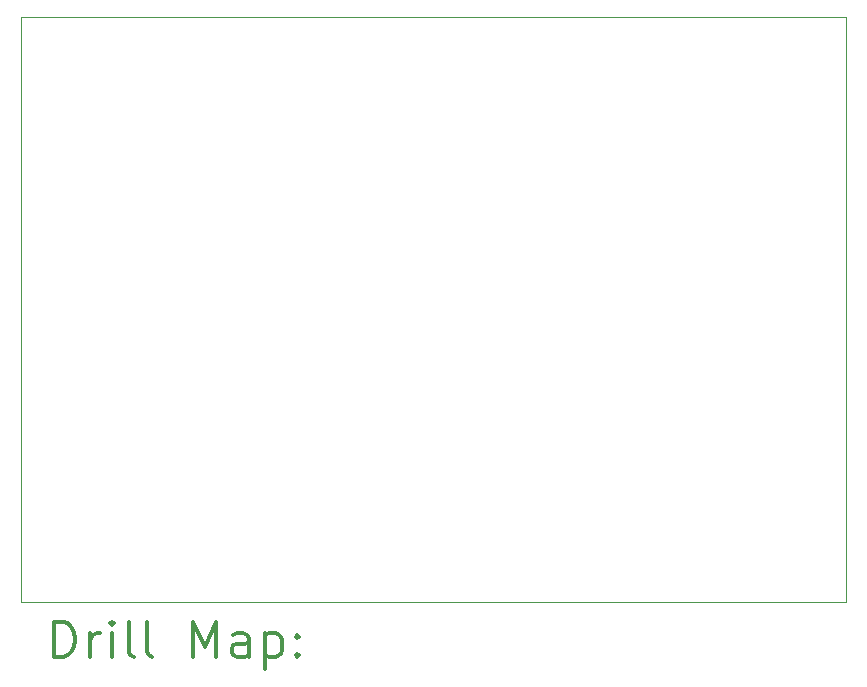
<source format=gbr>
%FSLAX45Y45*%
G04 Gerber Fmt 4.5, Leading zero omitted, Abs format (unit mm)*
G04 Created by KiCad (PCBNEW (5.1.2-1)-1) date 2019-07-02 22:52:52*
%MOMM*%
%LPD*%
G04 APERTURE LIST*
%ADD10C,0.050000*%
%ADD11C,0.200000*%
%ADD12C,0.300000*%
G04 APERTURE END LIST*
D10*
X10795000Y-2921000D02*
X3810000Y-2921000D01*
X10795000Y-7874000D02*
X10795000Y-2921000D01*
X3810000Y-7874000D02*
X10795000Y-7874000D01*
X3810000Y-2921000D02*
X3810000Y-7874000D01*
D11*
D12*
X4093928Y-8342214D02*
X4093928Y-8042214D01*
X4165357Y-8042214D01*
X4208214Y-8056500D01*
X4236786Y-8085071D01*
X4251071Y-8113643D01*
X4265357Y-8170786D01*
X4265357Y-8213643D01*
X4251071Y-8270786D01*
X4236786Y-8299357D01*
X4208214Y-8327929D01*
X4165357Y-8342214D01*
X4093928Y-8342214D01*
X4393928Y-8342214D02*
X4393928Y-8142214D01*
X4393928Y-8199357D02*
X4408214Y-8170786D01*
X4422500Y-8156500D01*
X4451071Y-8142214D01*
X4479643Y-8142214D01*
X4579643Y-8342214D02*
X4579643Y-8142214D01*
X4579643Y-8042214D02*
X4565357Y-8056500D01*
X4579643Y-8070786D01*
X4593928Y-8056500D01*
X4579643Y-8042214D01*
X4579643Y-8070786D01*
X4765357Y-8342214D02*
X4736786Y-8327929D01*
X4722500Y-8299357D01*
X4722500Y-8042214D01*
X4922500Y-8342214D02*
X4893928Y-8327929D01*
X4879643Y-8299357D01*
X4879643Y-8042214D01*
X5265357Y-8342214D02*
X5265357Y-8042214D01*
X5365357Y-8256500D01*
X5465357Y-8042214D01*
X5465357Y-8342214D01*
X5736786Y-8342214D02*
X5736786Y-8185071D01*
X5722500Y-8156500D01*
X5693928Y-8142214D01*
X5636786Y-8142214D01*
X5608214Y-8156500D01*
X5736786Y-8327929D02*
X5708214Y-8342214D01*
X5636786Y-8342214D01*
X5608214Y-8327929D01*
X5593928Y-8299357D01*
X5593928Y-8270786D01*
X5608214Y-8242214D01*
X5636786Y-8227929D01*
X5708214Y-8227929D01*
X5736786Y-8213643D01*
X5879643Y-8142214D02*
X5879643Y-8442214D01*
X5879643Y-8156500D02*
X5908214Y-8142214D01*
X5965357Y-8142214D01*
X5993928Y-8156500D01*
X6008214Y-8170786D01*
X6022500Y-8199357D01*
X6022500Y-8285071D01*
X6008214Y-8313643D01*
X5993928Y-8327929D01*
X5965357Y-8342214D01*
X5908214Y-8342214D01*
X5879643Y-8327929D01*
X6151071Y-8313643D02*
X6165357Y-8327929D01*
X6151071Y-8342214D01*
X6136786Y-8327929D01*
X6151071Y-8313643D01*
X6151071Y-8342214D01*
X6151071Y-8156500D02*
X6165357Y-8170786D01*
X6151071Y-8185071D01*
X6136786Y-8170786D01*
X6151071Y-8156500D01*
X6151071Y-8185071D01*
M02*

</source>
